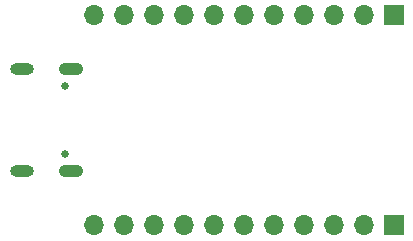
<source format=gbr>
%TF.GenerationSoftware,KiCad,Pcbnew,(6.0.5-0)*%
%TF.CreationDate,2022-07-11T15:01:11+02:00*%
%TF.ProjectId,ESP32-C3_breakout,45535033-322d-4433-935f-627265616b6f,rev?*%
%TF.SameCoordinates,Original*%
%TF.FileFunction,Soldermask,Bot*%
%TF.FilePolarity,Negative*%
%FSLAX46Y46*%
G04 Gerber Fmt 4.6, Leading zero omitted, Abs format (unit mm)*
G04 Created by KiCad (PCBNEW (6.0.5-0)) date 2022-07-11 15:01:11*
%MOMM*%
%LPD*%
G01*
G04 APERTURE LIST*
%ADD10C,0.650000*%
%ADD11O,2.100000X1.050000*%
%ADD12O,2.000000X1.000000*%
%ADD13R,1.700000X1.700000*%
%ADD14O,1.700000X1.700000*%
G04 APERTURE END LIST*
D10*
%TO.C,J1*%
X156588000Y-74772000D03*
X156588000Y-68992000D03*
D11*
X157088000Y-67562000D03*
D12*
X152908000Y-67562000D03*
X152908000Y-76202000D03*
D11*
X157088000Y-76202000D03*
%TD*%
D13*
%TO.C,J3*%
X184404000Y-62992000D03*
D14*
X181864000Y-62992000D03*
X179324000Y-62992000D03*
X176784000Y-62992000D03*
X174244000Y-62992000D03*
X171704000Y-62992000D03*
X169164000Y-62992000D03*
X166624000Y-62992000D03*
X164084000Y-62992000D03*
X161544000Y-62992000D03*
X159004000Y-62992000D03*
%TD*%
D13*
%TO.C,J2*%
X184404000Y-80772000D03*
D14*
X181864000Y-80772000D03*
X179324000Y-80772000D03*
X176784000Y-80772000D03*
X174244000Y-80772000D03*
X171704000Y-80772000D03*
X169164000Y-80772000D03*
X166624000Y-80772000D03*
X164084000Y-80772000D03*
X161544000Y-80772000D03*
X159004000Y-80772000D03*
%TD*%
M02*

</source>
